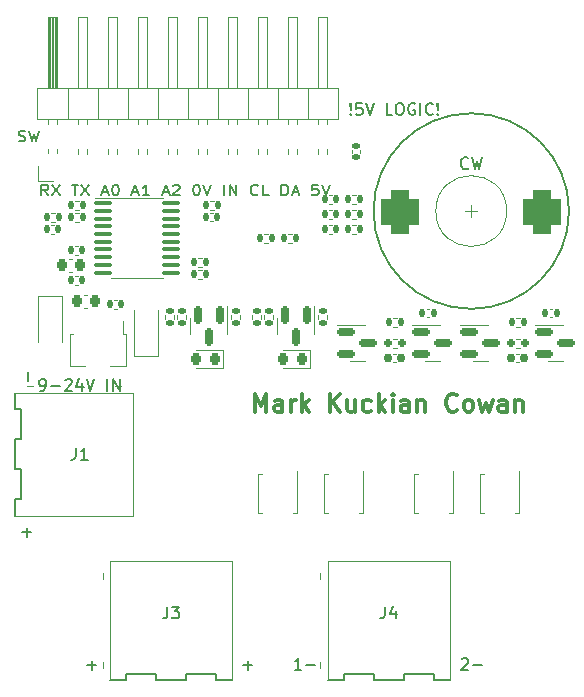
<source format=gbr>
%TF.GenerationSoftware,KiCad,Pcbnew,(6.0.2)*%
%TF.CreationDate,2022-04-08T22:45:36+03:00*%
%TF.ProjectId,pwm-controller,70776d2d-636f-46e7-9472-6f6c6c65722e,rev?*%
%TF.SameCoordinates,Original*%
%TF.FileFunction,Legend,Top*%
%TF.FilePolarity,Positive*%
%FSLAX46Y46*%
G04 Gerber Fmt 4.6, Leading zero omitted, Abs format (unit mm)*
G04 Created by KiCad (PCBNEW (6.0.2)) date 2022-04-08 22:45:36*
%MOMM*%
%LPD*%
G01*
G04 APERTURE LIST*
G04 Aperture macros list*
%AMRoundRect*
0 Rectangle with rounded corners*
0 $1 Rounding radius*
0 $2 $3 $4 $5 $6 $7 $8 $9 X,Y pos of 4 corners*
0 Add a 4 corners polygon primitive as box body*
4,1,4,$2,$3,$4,$5,$6,$7,$8,$9,$2,$3,0*
0 Add four circle primitives for the rounded corners*
1,1,$1+$1,$2,$3*
1,1,$1+$1,$4,$5*
1,1,$1+$1,$6,$7*
1,1,$1+$1,$8,$9*
0 Add four rect primitives between the rounded corners*
20,1,$1+$1,$2,$3,$4,$5,0*
20,1,$1+$1,$4,$5,$6,$7,0*
20,1,$1+$1,$6,$7,$8,$9,0*
20,1,$1+$1,$8,$9,$2,$3,0*%
%AMFreePoly0*
4,1,9,3.862500,-0.866500,0.737500,-0.866500,0.737500,-0.450000,-0.737500,-0.450000,-0.737500,0.450000,0.737500,0.450000,0.737500,0.866500,3.862500,0.866500,3.862500,-0.866500,3.862500,-0.866500,$1*%
%AMFreePoly1*
4,1,21,1.372500,0.787500,0.862500,0.787500,0.862500,0.532500,1.372500,0.532500,1.372500,0.127500,0.862500,0.127500,0.862500,-0.127500,1.372500,-0.127500,1.372500,-0.532500,0.862500,-0.532500,0.862500,-0.787500,1.372500,-0.787500,1.372500,-1.195000,0.612500,-1.195000,0.612500,-1.117500,-0.862500,-1.117500,-0.862500,1.117500,0.612500,1.117500,0.612500,1.195000,1.372500,1.195000,
1.372500,0.787500,1.372500,0.787500,$1*%
G04 Aperture macros list end*
%ADD10C,0.150000*%
%ADD11C,0.300000*%
%ADD12C,0.200000*%
%ADD13C,0.120000*%
%ADD14C,2.200000*%
%ADD15C,1.310000*%
%ADD16RoundRect,0.800000X-0.800000X-1.100000X0.800000X-1.100000X0.800000X1.100000X-0.800000X1.100000X0*%
%ADD17C,1.800000*%
%ADD18RoundRect,0.225000X-0.225000X-0.250000X0.225000X-0.250000X0.225000X0.250000X-0.225000X0.250000X0*%
%ADD19RoundRect,0.155000X0.212500X0.155000X-0.212500X0.155000X-0.212500X-0.155000X0.212500X-0.155000X0*%
%ADD20RoundRect,0.150000X-0.587500X-0.150000X0.587500X-0.150000X0.587500X0.150000X-0.587500X0.150000X0*%
%ADD21RoundRect,0.160000X-0.197500X-0.160000X0.197500X-0.160000X0.197500X0.160000X-0.197500X0.160000X0*%
%ADD22RoundRect,0.135000X0.135000X0.185000X-0.135000X0.185000X-0.135000X-0.185000X0.135000X-0.185000X0*%
%ADD23RoundRect,0.140000X0.140000X0.170000X-0.140000X0.170000X-0.140000X-0.170000X0.140000X-0.170000X0*%
%ADD24RoundRect,0.140000X-0.140000X-0.170000X0.140000X-0.170000X0.140000X0.170000X-0.140000X0.170000X0*%
%ADD25R,0.900000X1.300000*%
%ADD26FreePoly0,270.000000*%
%ADD27RoundRect,0.135000X-0.135000X-0.185000X0.135000X-0.185000X0.135000X0.185000X-0.135000X0.185000X0*%
%ADD28RoundRect,0.150000X-0.150000X0.587500X-0.150000X-0.587500X0.150000X-0.587500X0.150000X0.587500X0*%
%ADD29RoundRect,0.135000X0.185000X-0.135000X0.185000X0.135000X-0.185000X0.135000X-0.185000X-0.135000X0*%
%ADD30RoundRect,0.218750X0.218750X0.256250X-0.218750X0.256250X-0.218750X-0.256250X0.218750X-0.256250X0*%
%ADD31C,2.000000*%
%ADD32R,1.200000X0.900000*%
%ADD33RoundRect,0.225000X0.225000X0.250000X-0.225000X0.250000X-0.225000X-0.250000X0.225000X-0.250000X0*%
%ADD34R,1.700000X1.700000*%
%ADD35O,1.700000X1.700000*%
%ADD36R,0.405000X0.990000*%
%ADD37FreePoly1,270.000000*%
%ADD38RoundRect,0.135000X-0.185000X0.135000X-0.185000X-0.135000X0.185000X-0.135000X0.185000X0.135000X0*%
%ADD39RoundRect,0.100000X-0.637500X-0.100000X0.637500X-0.100000X0.637500X0.100000X-0.637500X0.100000X0*%
%ADD40RoundRect,0.140000X0.170000X-0.140000X0.170000X0.140000X-0.170000X0.140000X-0.170000X-0.140000X0*%
G04 APERTURE END LIST*
D10*
X79106571Y-85243142D02*
X78773238Y-84814571D01*
X78535142Y-85243142D02*
X78535142Y-84343142D01*
X78916095Y-84343142D01*
X79011333Y-84386000D01*
X79058952Y-84428857D01*
X79106571Y-84514571D01*
X79106571Y-84643142D01*
X79058952Y-84728857D01*
X79011333Y-84771714D01*
X78916095Y-84814571D01*
X78535142Y-84814571D01*
X79439904Y-84343142D02*
X80106571Y-85243142D01*
X80106571Y-84343142D02*
X79439904Y-85243142D01*
X81106571Y-84343142D02*
X81678000Y-84343142D01*
X81392285Y-85243142D02*
X81392285Y-84343142D01*
X81916095Y-84343142D02*
X82582761Y-85243142D01*
X82582761Y-84343142D02*
X81916095Y-85243142D01*
X83678000Y-84986000D02*
X84154190Y-84986000D01*
X83582761Y-85243142D02*
X83916095Y-84343142D01*
X84249428Y-85243142D01*
X84773238Y-84343142D02*
X84868476Y-84343142D01*
X84963714Y-84386000D01*
X85011333Y-84428857D01*
X85058952Y-84514571D01*
X85106571Y-84686000D01*
X85106571Y-84900285D01*
X85058952Y-85071714D01*
X85011333Y-85157428D01*
X84963714Y-85200285D01*
X84868476Y-85243142D01*
X84773238Y-85243142D01*
X84678000Y-85200285D01*
X84630380Y-85157428D01*
X84582761Y-85071714D01*
X84535142Y-84900285D01*
X84535142Y-84686000D01*
X84582761Y-84514571D01*
X84630380Y-84428857D01*
X84678000Y-84386000D01*
X84773238Y-84343142D01*
X86249428Y-84986000D02*
X86725619Y-84986000D01*
X86154190Y-85243142D02*
X86487523Y-84343142D01*
X86820857Y-85243142D01*
X87678000Y-85243142D02*
X87106571Y-85243142D01*
X87392285Y-85243142D02*
X87392285Y-84343142D01*
X87297047Y-84471714D01*
X87201809Y-84557428D01*
X87106571Y-84600285D01*
X88820857Y-84986000D02*
X89297047Y-84986000D01*
X88725619Y-85243142D02*
X89058952Y-84343142D01*
X89392285Y-85243142D01*
X89677999Y-84428857D02*
X89725619Y-84386000D01*
X89820857Y-84343142D01*
X90058952Y-84343142D01*
X90154190Y-84386000D01*
X90201809Y-84428857D01*
X90249428Y-84514571D01*
X90249428Y-84600285D01*
X90201809Y-84728857D01*
X89630380Y-85243142D01*
X90249428Y-85243142D01*
X91630380Y-84343142D02*
X91725619Y-84343142D01*
X91820857Y-84386000D01*
X91868476Y-84428857D01*
X91916095Y-84514571D01*
X91963714Y-84686000D01*
X91963714Y-84900285D01*
X91916095Y-85071714D01*
X91868476Y-85157428D01*
X91820857Y-85200285D01*
X91725619Y-85243142D01*
X91630380Y-85243142D01*
X91535142Y-85200285D01*
X91487523Y-85157428D01*
X91439904Y-85071714D01*
X91392285Y-84900285D01*
X91392285Y-84686000D01*
X91439904Y-84514571D01*
X91487523Y-84428857D01*
X91535142Y-84386000D01*
X91630380Y-84343142D01*
X92249428Y-84343142D02*
X92582761Y-85243142D01*
X92916095Y-84343142D01*
X94011333Y-85243142D02*
X94011333Y-84343142D01*
X94487523Y-85243142D02*
X94487523Y-84343142D01*
X95058952Y-85243142D01*
X95058952Y-84343142D01*
X96868476Y-85157428D02*
X96820857Y-85200285D01*
X96677999Y-85243142D01*
X96582761Y-85243142D01*
X96439904Y-85200285D01*
X96344666Y-85114571D01*
X96297047Y-85028857D01*
X96249428Y-84857428D01*
X96249428Y-84728857D01*
X96297047Y-84557428D01*
X96344666Y-84471714D01*
X96439904Y-84386000D01*
X96582761Y-84343142D01*
X96677999Y-84343142D01*
X96820857Y-84386000D01*
X96868476Y-84428857D01*
X97773238Y-85243142D02*
X97297047Y-85243142D01*
X97297047Y-84343142D01*
X98868476Y-85243142D02*
X98868476Y-84343142D01*
X99106571Y-84343142D01*
X99249428Y-84386000D01*
X99344666Y-84471714D01*
X99392285Y-84557428D01*
X99439904Y-84728857D01*
X99439904Y-84857428D01*
X99392285Y-85028857D01*
X99344666Y-85114571D01*
X99249428Y-85200285D01*
X99106571Y-85243142D01*
X98868476Y-85243142D01*
X99820857Y-84986000D02*
X100297047Y-84986000D01*
X99725619Y-85243142D02*
X100058952Y-84343142D01*
X100392285Y-85243142D01*
X101963714Y-84343142D02*
X101487523Y-84343142D01*
X101439904Y-84771714D01*
X101487523Y-84728857D01*
X101582761Y-84686000D01*
X101820857Y-84686000D01*
X101916095Y-84728857D01*
X101963714Y-84771714D01*
X102011333Y-84857428D01*
X102011333Y-85071714D01*
X101963714Y-85157428D01*
X101916095Y-85200285D01*
X101820857Y-85243142D01*
X101582761Y-85243142D01*
X101487523Y-85200285D01*
X101439904Y-85157428D01*
X102297047Y-84343142D02*
X102630380Y-85243142D01*
X102963714Y-84343142D01*
X76630000Y-80628285D02*
X76770000Y-80671142D01*
X77003333Y-80671142D01*
X77096666Y-80628285D01*
X77143333Y-80585428D01*
X77190000Y-80499714D01*
X77190000Y-80414000D01*
X77143333Y-80328285D01*
X77096666Y-80285428D01*
X77003333Y-80242571D01*
X76816666Y-80199714D01*
X76723333Y-80156857D01*
X76676666Y-80114000D01*
X76630000Y-80028285D01*
X76630000Y-79942571D01*
X76676666Y-79856857D01*
X76723333Y-79814000D01*
X76816666Y-79771142D01*
X77050000Y-79771142D01*
X77190000Y-79814000D01*
X77516666Y-79771142D02*
X77750000Y-80671142D01*
X77936666Y-80028285D01*
X78123333Y-80671142D01*
X78356666Y-79771142D01*
D11*
X96592857Y-103548571D02*
X96592857Y-102048571D01*
X97092857Y-103120000D01*
X97592857Y-102048571D01*
X97592857Y-103548571D01*
X98950000Y-103548571D02*
X98950000Y-102762857D01*
X98878571Y-102620000D01*
X98735714Y-102548571D01*
X98450000Y-102548571D01*
X98307142Y-102620000D01*
X98950000Y-103477142D02*
X98807142Y-103548571D01*
X98450000Y-103548571D01*
X98307142Y-103477142D01*
X98235714Y-103334285D01*
X98235714Y-103191428D01*
X98307142Y-103048571D01*
X98450000Y-102977142D01*
X98807142Y-102977142D01*
X98950000Y-102905714D01*
X99664285Y-103548571D02*
X99664285Y-102548571D01*
X99664285Y-102834285D02*
X99735714Y-102691428D01*
X99807142Y-102620000D01*
X99950000Y-102548571D01*
X100092857Y-102548571D01*
X100592857Y-103548571D02*
X100592857Y-102048571D01*
X100735714Y-102977142D02*
X101164285Y-103548571D01*
X101164285Y-102548571D02*
X100592857Y-103120000D01*
X102950000Y-103548571D02*
X102950000Y-102048571D01*
X103807142Y-103548571D02*
X103164285Y-102691428D01*
X103807142Y-102048571D02*
X102950000Y-102905714D01*
X105092857Y-102548571D02*
X105092857Y-103548571D01*
X104450000Y-102548571D02*
X104450000Y-103334285D01*
X104521428Y-103477142D01*
X104664285Y-103548571D01*
X104878571Y-103548571D01*
X105021428Y-103477142D01*
X105092857Y-103405714D01*
X106450000Y-103477142D02*
X106307142Y-103548571D01*
X106021428Y-103548571D01*
X105878571Y-103477142D01*
X105807142Y-103405714D01*
X105735714Y-103262857D01*
X105735714Y-102834285D01*
X105807142Y-102691428D01*
X105878571Y-102620000D01*
X106021428Y-102548571D01*
X106307142Y-102548571D01*
X106450000Y-102620000D01*
X107092857Y-103548571D02*
X107092857Y-102048571D01*
X107235714Y-102977142D02*
X107664285Y-103548571D01*
X107664285Y-102548571D02*
X107092857Y-103120000D01*
X108307142Y-103548571D02*
X108307142Y-102548571D01*
X108307142Y-102048571D02*
X108235714Y-102120000D01*
X108307142Y-102191428D01*
X108378571Y-102120000D01*
X108307142Y-102048571D01*
X108307142Y-102191428D01*
X109664285Y-103548571D02*
X109664285Y-102762857D01*
X109592857Y-102620000D01*
X109450000Y-102548571D01*
X109164285Y-102548571D01*
X109021428Y-102620000D01*
X109664285Y-103477142D02*
X109521428Y-103548571D01*
X109164285Y-103548571D01*
X109021428Y-103477142D01*
X108950000Y-103334285D01*
X108950000Y-103191428D01*
X109021428Y-103048571D01*
X109164285Y-102977142D01*
X109521428Y-102977142D01*
X109664285Y-102905714D01*
X110378571Y-102548571D02*
X110378571Y-103548571D01*
X110378571Y-102691428D02*
X110450000Y-102620000D01*
X110592857Y-102548571D01*
X110807142Y-102548571D01*
X110950000Y-102620000D01*
X111021428Y-102762857D01*
X111021428Y-103548571D01*
X113735714Y-103405714D02*
X113664285Y-103477142D01*
X113450000Y-103548571D01*
X113307142Y-103548571D01*
X113092857Y-103477142D01*
X112950000Y-103334285D01*
X112878571Y-103191428D01*
X112807142Y-102905714D01*
X112807142Y-102691428D01*
X112878571Y-102405714D01*
X112950000Y-102262857D01*
X113092857Y-102120000D01*
X113307142Y-102048571D01*
X113450000Y-102048571D01*
X113664285Y-102120000D01*
X113735714Y-102191428D01*
X114592857Y-103548571D02*
X114450000Y-103477142D01*
X114378571Y-103405714D01*
X114307142Y-103262857D01*
X114307142Y-102834285D01*
X114378571Y-102691428D01*
X114450000Y-102620000D01*
X114592857Y-102548571D01*
X114807142Y-102548571D01*
X114950000Y-102620000D01*
X115021428Y-102691428D01*
X115092857Y-102834285D01*
X115092857Y-103262857D01*
X115021428Y-103405714D01*
X114950000Y-103477142D01*
X114807142Y-103548571D01*
X114592857Y-103548571D01*
X115592857Y-102548571D02*
X115878571Y-103548571D01*
X116164285Y-102834285D01*
X116450000Y-103548571D01*
X116735714Y-102548571D01*
X117950000Y-103548571D02*
X117950000Y-102762857D01*
X117878571Y-102620000D01*
X117735714Y-102548571D01*
X117450000Y-102548571D01*
X117307142Y-102620000D01*
X117950000Y-103477142D02*
X117807142Y-103548571D01*
X117450000Y-103548571D01*
X117307142Y-103477142D01*
X117235714Y-103334285D01*
X117235714Y-103191428D01*
X117307142Y-103048571D01*
X117450000Y-102977142D01*
X117807142Y-102977142D01*
X117950000Y-102905714D01*
X118664285Y-102548571D02*
X118664285Y-103548571D01*
X118664285Y-102691428D02*
X118735714Y-102620000D01*
X118878571Y-102548571D01*
X119092857Y-102548571D01*
X119235714Y-102620000D01*
X119307142Y-102762857D01*
X119307142Y-103548571D01*
D12*
%TO.C,J1*%
X81454666Y-106640380D02*
X81454666Y-107354666D01*
X81407047Y-107497523D01*
X81311809Y-107592761D01*
X81168952Y-107640380D01*
X81073714Y-107640380D01*
X82454666Y-107640380D02*
X81883238Y-107640380D01*
X82168952Y-107640380D02*
X82168952Y-106640380D01*
X82073714Y-106783238D01*
X81978476Y-106878476D01*
X81883238Y-106926095D01*
X77287428Y-114172952D02*
X77287428Y-113411047D01*
X77668380Y-113792000D02*
X76906476Y-113792000D01*
X78454666Y-101798380D02*
X78645142Y-101798380D01*
X78740380Y-101750761D01*
X78788000Y-101703142D01*
X78883238Y-101560285D01*
X78930857Y-101369809D01*
X78930857Y-100988857D01*
X78883238Y-100893619D01*
X78835619Y-100846000D01*
X78740380Y-100798380D01*
X78549904Y-100798380D01*
X78454666Y-100846000D01*
X78407047Y-100893619D01*
X78359428Y-100988857D01*
X78359428Y-101226952D01*
X78407047Y-101322190D01*
X78454666Y-101369809D01*
X78549904Y-101417428D01*
X78740380Y-101417428D01*
X78835619Y-101369809D01*
X78883238Y-101322190D01*
X78930857Y-101226952D01*
X79359428Y-101417428D02*
X80121333Y-101417428D01*
X80549904Y-100893619D02*
X80597523Y-100846000D01*
X80692761Y-100798380D01*
X80930857Y-100798380D01*
X81026095Y-100846000D01*
X81073714Y-100893619D01*
X81121333Y-100988857D01*
X81121333Y-101084095D01*
X81073714Y-101226952D01*
X80502285Y-101798380D01*
X81121333Y-101798380D01*
X81978476Y-101131714D02*
X81978476Y-101798380D01*
X81740380Y-100750761D02*
X81502285Y-101465047D01*
X82121333Y-101465047D01*
X82359428Y-100798380D02*
X82692761Y-101798380D01*
X83026095Y-100798380D01*
X84121333Y-101798380D02*
X84121333Y-100798380D01*
X84597523Y-101798380D02*
X84597523Y-100798380D01*
X85168952Y-101798380D01*
X85168952Y-100798380D01*
X77414428Y-100964952D02*
X77414428Y-100203047D01*
D10*
%TO.C,SW1*%
X114673095Y-82933142D02*
X114625476Y-82980761D01*
X114482619Y-83028380D01*
X114387380Y-83028380D01*
X114244523Y-82980761D01*
X114149285Y-82885523D01*
X114101666Y-82790285D01*
X114054047Y-82599809D01*
X114054047Y-82456952D01*
X114101666Y-82266476D01*
X114149285Y-82171238D01*
X114244523Y-82076000D01*
X114387380Y-82028380D01*
X114482619Y-82028380D01*
X114625476Y-82076000D01*
X114673095Y-82123619D01*
X115006428Y-82028380D02*
X115244523Y-83028380D01*
X115435000Y-82314095D01*
X115625476Y-83028380D01*
X115863571Y-82028380D01*
D12*
%TO.C,J4*%
X107616666Y-120064380D02*
X107616666Y-120778666D01*
X107569047Y-120921523D01*
X107473809Y-121016761D01*
X107330952Y-121064380D01*
X107235714Y-121064380D01*
X108521428Y-120397714D02*
X108521428Y-121064380D01*
X108283333Y-120016761D02*
X108045238Y-120731047D01*
X108664285Y-120731047D01*
X114112476Y-124515619D02*
X114160095Y-124468000D01*
X114255333Y-124420380D01*
X114493428Y-124420380D01*
X114588666Y-124468000D01*
X114636285Y-124515619D01*
X114683904Y-124610857D01*
X114683904Y-124706095D01*
X114636285Y-124848952D01*
X114064857Y-125420380D01*
X114683904Y-125420380D01*
X115112476Y-125039428D02*
X115874380Y-125039428D01*
X100549428Y-125420380D02*
X99978000Y-125420380D01*
X100263714Y-125420380D02*
X100263714Y-124420380D01*
X100168476Y-124563238D01*
X100073238Y-124658476D01*
X99978000Y-124706095D01*
X100978000Y-125039428D02*
X101739904Y-125039428D01*
%TO.C,J3*%
X89201666Y-120064380D02*
X89201666Y-120778666D01*
X89154047Y-120921523D01*
X89058809Y-121016761D01*
X88915952Y-121064380D01*
X88820714Y-121064380D01*
X89582619Y-120064380D02*
X90201666Y-120064380D01*
X89868333Y-120445333D01*
X90011190Y-120445333D01*
X90106428Y-120492952D01*
X90154047Y-120540571D01*
X90201666Y-120635809D01*
X90201666Y-120873904D01*
X90154047Y-120969142D01*
X90106428Y-121016761D01*
X90011190Y-121064380D01*
X89725476Y-121064380D01*
X89630238Y-121016761D01*
X89582619Y-120969142D01*
X82423047Y-125039428D02*
X83184952Y-125039428D01*
X82804000Y-125420380D02*
X82804000Y-124658476D01*
X95631047Y-125039428D02*
X96392952Y-125039428D01*
X96012000Y-125420380D02*
X96012000Y-124658476D01*
D10*
%TO.C,U2*%
X104729595Y-78335142D02*
X104777214Y-78382761D01*
X104729595Y-78430380D01*
X104681976Y-78382761D01*
X104729595Y-78335142D01*
X104729595Y-78430380D01*
X104729595Y-78049428D02*
X104681976Y-77478000D01*
X104729595Y-77430380D01*
X104777214Y-77478000D01*
X104729595Y-78049428D01*
X104729595Y-77430380D01*
X105681976Y-77430380D02*
X105205785Y-77430380D01*
X105158166Y-77906571D01*
X105205785Y-77858952D01*
X105301023Y-77811333D01*
X105539119Y-77811333D01*
X105634357Y-77858952D01*
X105681976Y-77906571D01*
X105729595Y-78001809D01*
X105729595Y-78239904D01*
X105681976Y-78335142D01*
X105634357Y-78382761D01*
X105539119Y-78430380D01*
X105301023Y-78430380D01*
X105205785Y-78382761D01*
X105158166Y-78335142D01*
X106015309Y-77430380D02*
X106348642Y-78430380D01*
X106681976Y-77430380D01*
X108253404Y-78430380D02*
X107777214Y-78430380D01*
X107777214Y-77430380D01*
X108777214Y-77430380D02*
X108967690Y-77430380D01*
X109062928Y-77478000D01*
X109158166Y-77573238D01*
X109205785Y-77763714D01*
X109205785Y-78097047D01*
X109158166Y-78287523D01*
X109062928Y-78382761D01*
X108967690Y-78430380D01*
X108777214Y-78430380D01*
X108681976Y-78382761D01*
X108586738Y-78287523D01*
X108539119Y-78097047D01*
X108539119Y-77763714D01*
X108586738Y-77573238D01*
X108681976Y-77478000D01*
X108777214Y-77430380D01*
X110158166Y-77478000D02*
X110062928Y-77430380D01*
X109920071Y-77430380D01*
X109777214Y-77478000D01*
X109681976Y-77573238D01*
X109634357Y-77668476D01*
X109586738Y-77858952D01*
X109586738Y-78001809D01*
X109634357Y-78192285D01*
X109681976Y-78287523D01*
X109777214Y-78382761D01*
X109920071Y-78430380D01*
X110015309Y-78430380D01*
X110158166Y-78382761D01*
X110205785Y-78335142D01*
X110205785Y-78001809D01*
X110015309Y-78001809D01*
X110634357Y-78430380D02*
X110634357Y-77430380D01*
X111681976Y-78335142D02*
X111634357Y-78382761D01*
X111491500Y-78430380D01*
X111396261Y-78430380D01*
X111253404Y-78382761D01*
X111158166Y-78287523D01*
X111110547Y-78192285D01*
X111062928Y-78001809D01*
X111062928Y-77858952D01*
X111110547Y-77668476D01*
X111158166Y-77573238D01*
X111253404Y-77478000D01*
X111396261Y-77430380D01*
X111491500Y-77430380D01*
X111634357Y-77478000D01*
X111681976Y-77525619D01*
X112110547Y-78335142D02*
X112158166Y-78382761D01*
X112110547Y-78430380D01*
X112062928Y-78382761D01*
X112110547Y-78335142D01*
X112110547Y-78430380D01*
X112110547Y-78049428D02*
X112062928Y-77478000D01*
X112110547Y-77430380D01*
X112158166Y-77478000D01*
X112110547Y-78049428D01*
X112110547Y-77430380D01*
D13*
%TO.C,J1*%
X86288000Y-112368000D02*
X76288000Y-112368000D01*
X85280000Y-101408000D02*
X84780000Y-101408000D01*
D10*
X76788000Y-103378000D02*
X76788000Y-105918000D01*
D13*
X86288000Y-102008000D02*
X86288000Y-112368000D01*
D10*
X76288000Y-103378000D02*
X76788000Y-103378000D01*
X76288000Y-105918000D02*
X76288000Y-108458000D01*
X76788000Y-105918000D02*
X76288000Y-105918000D01*
X76788000Y-110998000D02*
X76288000Y-110998000D01*
X76288000Y-110998000D02*
X76288000Y-112368000D01*
X76288000Y-108458000D02*
X76788000Y-108458000D01*
X76288000Y-102008000D02*
X76288000Y-103378000D01*
D13*
X77804000Y-101408000D02*
X77304000Y-101408000D01*
X86288000Y-102008000D02*
X76288000Y-102008000D01*
D10*
X76788000Y-108458000D02*
X76788000Y-110998000D01*
D13*
%TO.C,SW1*%
X114935000Y-86076000D02*
X114935000Y-87076000D01*
X114435000Y-86576000D02*
X115435000Y-86576000D01*
D10*
X123214387Y-86576000D02*
G75*
G03*
X123214387Y-86576000I-8279387J0D01*
G01*
D13*
X117935000Y-86576000D02*
G75*
G03*
X117935000Y-86576000I-3000000J0D01*
G01*
%TO.C,C1*%
X82155420Y-93724000D02*
X82436580Y-93724000D01*
X82155420Y-94744000D02*
X82436580Y-94744000D01*
%TO.C,C13*%
X108573835Y-98662000D02*
X108342165Y-98662000D01*
X108573835Y-99382000D02*
X108342165Y-99382000D01*
%TO.C,Q1*%
X111633000Y-96192000D02*
X112283000Y-96192000D01*
X111633000Y-96192000D02*
X109958000Y-96192000D01*
X111633000Y-99312000D02*
X112283000Y-99312000D01*
X111633000Y-99312000D02*
X110983000Y-99312000D01*
%TO.C,Q2*%
X105283000Y-96192000D02*
X105933000Y-96192000D01*
X105283000Y-99312000D02*
X105933000Y-99312000D01*
X105283000Y-96192000D02*
X103608000Y-96192000D01*
X105283000Y-99312000D02*
X104633000Y-99312000D01*
%TO.C,R13*%
X108290379Y-98132000D02*
X108625621Y-98132000D01*
X108290379Y-97372000D02*
X108625621Y-97372000D01*
%TO.C,R12*%
X108611641Y-95594000D02*
X108304359Y-95594000D01*
X108611641Y-96354000D02*
X108304359Y-96354000D01*
%TO.C,C15*%
X118987835Y-98662000D02*
X118756165Y-98662000D01*
X118987835Y-99382000D02*
X118756165Y-99382000D01*
%TO.C,Q5*%
X122047000Y-99312000D02*
X121397000Y-99312000D01*
X122047000Y-96192000D02*
X120372000Y-96192000D01*
X122047000Y-99312000D02*
X122697000Y-99312000D01*
X122047000Y-96192000D02*
X122697000Y-96192000D01*
%TO.C,Q6*%
X115697000Y-96192000D02*
X114022000Y-96192000D01*
X115697000Y-99312000D02*
X115047000Y-99312000D01*
X115697000Y-99312000D02*
X116347000Y-99312000D01*
X115697000Y-96192000D02*
X116347000Y-96192000D01*
%TO.C,R15*%
X118704379Y-98132000D02*
X119039621Y-98132000D01*
X118704379Y-97372000D02*
X119039621Y-97372000D01*
%TO.C,R14*%
X119025641Y-96354000D02*
X118718359Y-96354000D01*
X119025641Y-95594000D02*
X118718359Y-95594000D01*
%TO.C,C12*%
X121801836Y-95572000D02*
X121586164Y-95572000D01*
X121801836Y-94852000D02*
X121586164Y-94852000D01*
%TO.C,C14*%
X111387836Y-94852000D02*
X111172164Y-94852000D01*
X111387836Y-95572000D02*
X111172164Y-95572000D01*
%TO.C,C4*%
X102889164Y-85958000D02*
X103104836Y-85958000D01*
X102889164Y-85238000D02*
X103104836Y-85238000D01*
%TO.C,C5*%
X102889164Y-87778000D02*
X103104836Y-87778000D01*
X102889164Y-88498000D02*
X103104836Y-88498000D01*
%TO.C,C6*%
X102889164Y-87228000D02*
X103104836Y-87228000D01*
X102889164Y-86508000D02*
X103104836Y-86508000D01*
%TO.C,U1*%
X85672000Y-99704000D02*
X84362000Y-99704000D01*
X80952000Y-96984000D02*
X81182000Y-96984000D01*
X82262000Y-99704000D02*
X80952000Y-99704000D01*
X85442000Y-95844000D02*
X85442000Y-96984000D01*
X85672000Y-96984000D02*
X85672000Y-99704000D01*
X80952000Y-99704000D02*
X80952000Y-96984000D01*
X85672000Y-96984000D02*
X85442000Y-96984000D01*
%TO.C,R1*%
X105182641Y-85978000D02*
X104875359Y-85978000D01*
X105182641Y-85218000D02*
X104875359Y-85218000D01*
%TO.C,R5*%
X104875359Y-87248000D02*
X105182641Y-87248000D01*
X104875359Y-86488000D02*
X105182641Y-86488000D01*
%TO.C,R2*%
X105182641Y-87758000D02*
X104875359Y-87758000D01*
X105182641Y-88518000D02*
X104875359Y-88518000D01*
%TO.C,Q9*%
X91150000Y-96316800D02*
X91150000Y-95666800D01*
X94270000Y-96316800D02*
X94270000Y-94641800D01*
X91150000Y-96316800D02*
X91150000Y-96966800D01*
X94270000Y-96316800D02*
X94270000Y-96966800D01*
%TO.C,Q10*%
X101636000Y-96316800D02*
X101636000Y-96966800D01*
X101636000Y-96316800D02*
X101636000Y-94641800D01*
X98516000Y-96316800D02*
X98516000Y-95666800D01*
X98516000Y-96316800D02*
X98516000Y-96966800D01*
%TO.C,R18*%
X94616000Y-95708441D02*
X94616000Y-95401159D01*
X95376000Y-95708441D02*
X95376000Y-95401159D01*
%TO.C,R21*%
X101982000Y-95708441D02*
X101982000Y-95401159D01*
X102742000Y-95708441D02*
X102742000Y-95401159D01*
%TO.C,D4*%
X91656000Y-99845800D02*
X93941000Y-99845800D01*
X93941000Y-99845800D02*
X93941000Y-98375800D01*
X93941000Y-98375800D02*
X91656000Y-98375800D01*
%TO.C,D3*%
X101307000Y-98375800D02*
X99022000Y-98375800D01*
X101307000Y-99845800D02*
X101307000Y-98375800D01*
X99022000Y-99845800D02*
X101307000Y-99845800D01*
%TO.C,R3*%
X97382359Y-88520000D02*
X97689641Y-88520000D01*
X97382359Y-89280000D02*
X97689641Y-89280000D01*
%TO.C,R4*%
X99721641Y-89280000D02*
X99414359Y-89280000D01*
X99721641Y-88520000D02*
X99414359Y-88520000D01*
%TO.C,C2*%
X84943836Y-94128000D02*
X84728164Y-94128000D01*
X84943836Y-94848000D02*
X84728164Y-94848000D01*
%TO.C,D1*%
X78248000Y-93762000D02*
X78248000Y-97662000D01*
X80248000Y-93762000D02*
X78248000Y-93762000D01*
X80248000Y-93762000D02*
X80248000Y-97662000D01*
%TO.C,C9*%
X81426164Y-89556000D02*
X81641836Y-89556000D01*
X81426164Y-90276000D02*
X81641836Y-90276000D01*
%TO.C,C11*%
X81166580Y-91696000D02*
X80885420Y-91696000D01*
X81166580Y-90676000D02*
X80885420Y-90676000D01*
%TO.C,J2*%
X91822000Y-81761071D02*
X91822000Y-81306929D01*
X84962000Y-81761071D02*
X84962000Y-81306929D01*
X99442000Y-79221071D02*
X99442000Y-78824000D01*
X91822000Y-76164000D02*
X91822000Y-70164000D01*
X86742000Y-76164000D02*
X86742000Y-70164000D01*
X96902000Y-76164000D02*
X96902000Y-70164000D01*
X78232000Y-84074000D02*
X78232000Y-82804000D01*
X91822000Y-79221071D02*
X91822000Y-78824000D01*
X79882000Y-81694000D02*
X79882000Y-81306929D01*
X84962000Y-70164000D02*
X84962000Y-76164000D01*
X90932000Y-78824000D02*
X90932000Y-76164000D01*
X92582000Y-70164000D02*
X92582000Y-76164000D01*
X99442000Y-76164000D02*
X99442000Y-70164000D01*
X81662000Y-76164000D02*
X81662000Y-70164000D01*
X82422000Y-70164000D02*
X82422000Y-76164000D01*
X91822000Y-70164000D02*
X92582000Y-70164000D01*
X84202000Y-81761071D02*
X84202000Y-81306929D01*
X98552000Y-78824000D02*
X98552000Y-76164000D01*
X79882000Y-70164000D02*
X79882000Y-76164000D01*
X103692000Y-76164000D02*
X78172000Y-76164000D01*
X79122000Y-79221071D02*
X79122000Y-78824000D01*
X96902000Y-79221071D02*
X96902000Y-78824000D01*
X100202000Y-79221071D02*
X100202000Y-78824000D01*
X102742000Y-70164000D02*
X102742000Y-76164000D01*
X94362000Y-81761071D02*
X94362000Y-81306929D01*
X92582000Y-79221071D02*
X92582000Y-78824000D01*
X101982000Y-76164000D02*
X101982000Y-70164000D01*
X79782000Y-76164000D02*
X79782000Y-70164000D01*
X95122000Y-81761071D02*
X95122000Y-81306929D01*
X101982000Y-70164000D02*
X102742000Y-70164000D01*
X80772000Y-78824000D02*
X80772000Y-76164000D01*
X99442000Y-70164000D02*
X100202000Y-70164000D01*
X100202000Y-81761071D02*
X100202000Y-81306929D01*
X86742000Y-70164000D02*
X87502000Y-70164000D01*
X96012000Y-78824000D02*
X96012000Y-76164000D01*
X79502000Y-84074000D02*
X78232000Y-84074000D01*
X89282000Y-81761071D02*
X89282000Y-81306929D01*
X81662000Y-79221071D02*
X81662000Y-78824000D01*
X90042000Y-79221071D02*
X90042000Y-78824000D01*
X83312000Y-78824000D02*
X83312000Y-76164000D01*
X79122000Y-76164000D02*
X79122000Y-70164000D01*
X94362000Y-70164000D02*
X95122000Y-70164000D01*
X86742000Y-81761071D02*
X86742000Y-81306929D01*
X103692000Y-78824000D02*
X103692000Y-76164000D01*
X89282000Y-79221071D02*
X89282000Y-78824000D01*
X79122000Y-70164000D02*
X79882000Y-70164000D01*
X78172000Y-76164000D02*
X78172000Y-78824000D01*
X84962000Y-79221071D02*
X84962000Y-78824000D01*
X99442000Y-81761071D02*
X99442000Y-81306929D01*
X84202000Y-70164000D02*
X84962000Y-70164000D01*
X94362000Y-79221071D02*
X94362000Y-78824000D01*
X89282000Y-70164000D02*
X90042000Y-70164000D01*
X81662000Y-70164000D02*
X82422000Y-70164000D01*
X90042000Y-81761071D02*
X90042000Y-81306929D01*
X79882000Y-79221071D02*
X79882000Y-78824000D01*
X96902000Y-70164000D02*
X97662000Y-70164000D01*
X79122000Y-81694000D02*
X79122000Y-81306929D01*
X102742000Y-79221071D02*
X102742000Y-78824000D01*
X94362000Y-76164000D02*
X94362000Y-70164000D01*
X79422000Y-76164000D02*
X79422000Y-70164000D01*
X79182000Y-76164000D02*
X79182000Y-70164000D01*
X81662000Y-81761071D02*
X81662000Y-81306929D01*
X84202000Y-79221071D02*
X84202000Y-78824000D01*
X96902000Y-81761071D02*
X96902000Y-81306929D01*
X93472000Y-78824000D02*
X93472000Y-76164000D01*
X78172000Y-78824000D02*
X103692000Y-78824000D01*
X101982000Y-79221071D02*
X101982000Y-78824000D01*
X92582000Y-81761071D02*
X92582000Y-81306929D01*
X82422000Y-79221071D02*
X82422000Y-78824000D01*
X88392000Y-78824000D02*
X88392000Y-76164000D01*
X97662000Y-79221071D02*
X97662000Y-78824000D01*
X95122000Y-70164000D02*
X95122000Y-76164000D01*
X101982000Y-81761071D02*
X101982000Y-81306929D01*
X100202000Y-70164000D02*
X100202000Y-76164000D01*
X101092000Y-78824000D02*
X101092000Y-76164000D01*
X79542000Y-76164000D02*
X79542000Y-70164000D01*
X85852000Y-78824000D02*
X85852000Y-76164000D01*
X87502000Y-70164000D02*
X87502000Y-76164000D01*
X79662000Y-76164000D02*
X79662000Y-70164000D01*
X89282000Y-76164000D02*
X89282000Y-70164000D01*
X87502000Y-79221071D02*
X87502000Y-78824000D01*
X79302000Y-76164000D02*
X79302000Y-70164000D01*
X86742000Y-79221071D02*
X86742000Y-78824000D01*
X97662000Y-81761071D02*
X97662000Y-81306929D01*
X82422000Y-81761071D02*
X82422000Y-81306929D01*
X90042000Y-70164000D02*
X90042000Y-76164000D01*
X102742000Y-81761071D02*
X102742000Y-81306929D01*
X84202000Y-76164000D02*
X84202000Y-70164000D01*
X95122000Y-79221071D02*
X95122000Y-78824000D01*
X87502000Y-81761071D02*
X87502000Y-81306929D01*
X97662000Y-70164000D02*
X97662000Y-76164000D01*
%TO.C,D2*%
X86376000Y-98820800D02*
X86376000Y-94920800D01*
X88376000Y-98820800D02*
X88376000Y-94920800D01*
X86376000Y-98820800D02*
X88376000Y-98820800D01*
D10*
%TO.C,J4*%
X111760000Y-125739000D02*
X111760000Y-126239000D01*
X106680000Y-126239000D02*
X109220000Y-126239000D01*
X104140000Y-126239000D02*
X104140000Y-125739000D01*
X106680000Y-125739000D02*
X106680000Y-126239000D01*
D13*
X102170000Y-124723000D02*
X102170000Y-125223000D01*
D10*
X109220000Y-126239000D02*
X109220000Y-125739000D01*
D13*
X102770000Y-116239000D02*
X102770000Y-126239000D01*
X102170000Y-117247000D02*
X102170000Y-117747000D01*
D10*
X104140000Y-125739000D02*
X106680000Y-125739000D01*
X109220000Y-125739000D02*
X111760000Y-125739000D01*
X102770000Y-126239000D02*
X104140000Y-126239000D01*
D13*
X102770000Y-116239000D02*
X113130000Y-116239000D01*
X113130000Y-116239000D02*
X113130000Y-126239000D01*
D10*
X111760000Y-126239000D02*
X113130000Y-126239000D01*
%TO.C,J3*%
X90805000Y-125739000D02*
X93345000Y-125739000D01*
D13*
X83755000Y-124723000D02*
X83755000Y-125223000D01*
D10*
X93345000Y-125739000D02*
X93345000Y-126239000D01*
X90805000Y-126239000D02*
X90805000Y-125739000D01*
X93345000Y-126239000D02*
X94715000Y-126239000D01*
D13*
X83755000Y-117247000D02*
X83755000Y-117747000D01*
X84355000Y-116239000D02*
X84355000Y-126239000D01*
D10*
X84355000Y-126239000D02*
X85725000Y-126239000D01*
X85725000Y-125739000D02*
X88265000Y-125739000D01*
X88265000Y-126239000D02*
X90805000Y-126239000D01*
X85725000Y-126239000D02*
X85725000Y-125739000D01*
D13*
X84355000Y-116239000D02*
X94715000Y-116239000D01*
X94715000Y-116239000D02*
X94715000Y-126239000D01*
D10*
X88265000Y-125739000D02*
X88265000Y-126239000D01*
D13*
%TO.C,Q3*%
X113395000Y-108620000D02*
X113395000Y-112125000D01*
X110460000Y-108855000D02*
X110125000Y-108855000D01*
X110460000Y-112125000D02*
X110125000Y-112125000D01*
X110125000Y-108855000D02*
X110125000Y-112125000D01*
X113395000Y-112125000D02*
X113060000Y-112125000D01*
%TO.C,Q7*%
X100187000Y-112125000D02*
X99852000Y-112125000D01*
X100187000Y-108620000D02*
X100187000Y-112125000D01*
X96917000Y-108855000D02*
X96917000Y-112125000D01*
X97252000Y-112125000D02*
X96917000Y-112125000D01*
X97252000Y-108855000D02*
X96917000Y-108855000D01*
%TO.C,R16*%
X89028000Y-95401159D02*
X89028000Y-95708441D01*
X89788000Y-95401159D02*
X89788000Y-95708441D01*
%TO.C,R17*%
X90044000Y-95401159D02*
X90044000Y-95708441D01*
X90804000Y-95401159D02*
X90804000Y-95708441D01*
%TO.C,R19*%
X96394000Y-95401159D02*
X96394000Y-95708441D01*
X97154000Y-95401159D02*
X97154000Y-95708441D01*
%TO.C,R20*%
X98170000Y-95401159D02*
X98170000Y-95708441D01*
X97410000Y-95401159D02*
X97410000Y-95708441D01*
%TO.C,Q4*%
X118983000Y-112125000D02*
X118648000Y-112125000D01*
X116048000Y-112125000D02*
X115713000Y-112125000D01*
X116048000Y-108855000D02*
X115713000Y-108855000D01*
X115713000Y-108855000D02*
X115713000Y-112125000D01*
X118983000Y-108620000D02*
X118983000Y-112125000D01*
%TO.C,Q8*%
X102840000Y-108855000D02*
X102505000Y-108855000D01*
X105775000Y-108620000D02*
X105775000Y-112125000D01*
X105775000Y-112125000D02*
X105440000Y-112125000D01*
X102840000Y-112125000D02*
X102505000Y-112125000D01*
X102505000Y-108855000D02*
X102505000Y-112125000D01*
%TO.C,C3*%
X93071836Y-86724000D02*
X92856164Y-86724000D01*
X93071836Y-87444000D02*
X92856164Y-87444000D01*
%TO.C,R11*%
X79348359Y-86742000D02*
X79655641Y-86742000D01*
X79348359Y-87502000D02*
X79655641Y-87502000D01*
%TO.C,R8*%
X93117641Y-86448000D02*
X92810359Y-86448000D01*
X93117641Y-85688000D02*
X92810359Y-85688000D01*
%TO.C,R6*%
X92101641Y-91274000D02*
X91794359Y-91274000D01*
X92101641Y-90514000D02*
X91794359Y-90514000D01*
%TO.C,R10*%
X81380359Y-86704000D02*
X81687641Y-86704000D01*
X81380359Y-87464000D02*
X81687641Y-87464000D01*
%TO.C,C8*%
X81426164Y-92096000D02*
X81641836Y-92096000D01*
X81426164Y-92816000D02*
X81641836Y-92816000D01*
%TO.C,U2*%
X86649000Y-92239000D02*
X88849000Y-92239000D01*
X86649000Y-85469000D02*
X88849000Y-85469000D01*
X86649000Y-85469000D02*
X83049000Y-85469000D01*
X86649000Y-92239000D02*
X84449000Y-92239000D01*
%TO.C,C10*%
X79609836Y-88498000D02*
X79394164Y-88498000D01*
X79609836Y-87778000D02*
X79394164Y-87778000D01*
%TO.C,R7*%
X92101641Y-91530000D02*
X91794359Y-91530000D01*
X92101641Y-92290000D02*
X91794359Y-92290000D01*
%TO.C,R9*%
X81380359Y-85688000D02*
X81687641Y-85688000D01*
X81380359Y-86448000D02*
X81687641Y-86448000D01*
%TO.C,C7*%
X104796000Y-81641836D02*
X104796000Y-81426164D01*
X105516000Y-81641836D02*
X105516000Y-81426164D01*
%TD*%
%LPC*%
D14*
%TO.C,J1*%
X81788000Y-104648000D03*
X81788000Y-109728000D03*
%TD*%
D15*
%TO.C,H1*%
X123444000Y-83655000D03*
%TD*%
D14*
%TO.C,H3*%
X79375000Y-123025000D03*
%TD*%
D15*
%TO.C,H2*%
X80645000Y-117945000D03*
%TD*%
D16*
%TO.C,SW1*%
X108935000Y-86626000D03*
X120935000Y-86626000D03*
D17*
X109385000Y-82426000D03*
X120485000Y-82426000D03*
X109385000Y-90726000D03*
X114935000Y-79726000D03*
X120885000Y-90026000D03*
%TD*%
D18*
%TO.C,C1*%
X81521000Y-94234000D03*
X83071000Y-94234000D03*
%TD*%
D19*
%TO.C,C13*%
X109025500Y-99022000D03*
X107890500Y-99022000D03*
%TD*%
D20*
%TO.C,Q1*%
X110695500Y-96802000D03*
X110695500Y-98702000D03*
X112570500Y-97752000D03*
%TD*%
%TO.C,Q2*%
X104345500Y-96802000D03*
X104345500Y-98702000D03*
X106220500Y-97752000D03*
%TD*%
D21*
%TO.C,R13*%
X107860500Y-97752000D03*
X109055500Y-97752000D03*
%TD*%
D22*
%TO.C,R12*%
X108968000Y-95974000D03*
X107948000Y-95974000D03*
%TD*%
D19*
%TO.C,C15*%
X119439500Y-99022000D03*
X118304500Y-99022000D03*
%TD*%
D20*
%TO.C,Q5*%
X121109500Y-96802000D03*
X121109500Y-98702000D03*
X122984500Y-97752000D03*
%TD*%
%TO.C,Q6*%
X114759500Y-96802000D03*
X114759500Y-98702000D03*
X116634500Y-97752000D03*
%TD*%
D21*
%TO.C,R15*%
X118274500Y-97752000D03*
X119469500Y-97752000D03*
%TD*%
D22*
%TO.C,R14*%
X119382000Y-95974000D03*
X118362000Y-95974000D03*
%TD*%
D23*
%TO.C,C12*%
X122174000Y-95212000D03*
X121214000Y-95212000D03*
%TD*%
%TO.C,C14*%
X111760000Y-95212000D03*
X110800000Y-95212000D03*
%TD*%
D24*
%TO.C,C4*%
X102517000Y-85598000D03*
X103477000Y-85598000D03*
%TD*%
%TO.C,C5*%
X102517000Y-88138000D03*
X103477000Y-88138000D03*
%TD*%
%TO.C,C6*%
X102517000Y-86868000D03*
X103477000Y-86868000D03*
%TD*%
D25*
%TO.C,U1*%
X84812000Y-96394000D03*
D26*
X83312000Y-96481500D03*
D25*
X81812000Y-96394000D03*
%TD*%
D22*
%TO.C,R1*%
X105539000Y-85598000D03*
X104519000Y-85598000D03*
%TD*%
D27*
%TO.C,R5*%
X104519000Y-86868000D03*
X105539000Y-86868000D03*
%TD*%
D22*
%TO.C,R2*%
X105539000Y-88138000D03*
X104519000Y-88138000D03*
%TD*%
D28*
%TO.C,Q9*%
X93660000Y-95379300D03*
X91760000Y-95379300D03*
X92710000Y-97254300D03*
%TD*%
%TO.C,Q10*%
X101026000Y-95379300D03*
X99126000Y-95379300D03*
X100076000Y-97254300D03*
%TD*%
D29*
%TO.C,R18*%
X94996000Y-96064800D03*
X94996000Y-95044800D03*
%TD*%
%TO.C,R21*%
X102362000Y-96064800D03*
X102362000Y-95044800D03*
%TD*%
D30*
%TO.C,D4*%
X93243500Y-99110800D03*
X91668500Y-99110800D03*
%TD*%
%TO.C,D3*%
X100609500Y-99110800D03*
X99034500Y-99110800D03*
%TD*%
D27*
%TO.C,R3*%
X97026000Y-88900000D03*
X98046000Y-88900000D03*
%TD*%
D22*
%TO.C,R4*%
X100078000Y-88900000D03*
X99058000Y-88900000D03*
%TD*%
D23*
%TO.C,C2*%
X85316000Y-94488000D03*
X84356000Y-94488000D03*
%TD*%
D14*
%TO.C,H4*%
X123025000Y-123025000D03*
%TD*%
%TO.C,H5*%
X123025000Y-79375000D03*
%TD*%
D31*
%TO.C,H6*%
X93500000Y-111270000D03*
%TD*%
%TO.C,H7*%
X123500000Y-111270000D03*
%TD*%
D32*
%TO.C,D1*%
X79248000Y-94362000D03*
X79248000Y-97662000D03*
%TD*%
D24*
%TO.C,C9*%
X81054000Y-89916000D03*
X82014000Y-89916000D03*
%TD*%
D33*
%TO.C,C11*%
X81801000Y-91186000D03*
X80251000Y-91186000D03*
%TD*%
D34*
%TO.C,J2*%
X79502000Y-82804000D03*
D35*
X79502000Y-80264000D03*
X82042000Y-82804000D03*
X82042000Y-80264000D03*
X84582000Y-82804000D03*
X84582000Y-80264000D03*
X87122000Y-82804000D03*
X87122000Y-80264000D03*
X89662000Y-82804000D03*
X89662000Y-80264000D03*
X92202000Y-82804000D03*
X92202000Y-80264000D03*
X94742000Y-82804000D03*
X94742000Y-80264000D03*
X97282000Y-82804000D03*
X97282000Y-80264000D03*
X99822000Y-82804000D03*
X99822000Y-80264000D03*
X102362000Y-82804000D03*
X102362000Y-80264000D03*
%TD*%
D32*
%TO.C,D2*%
X87376000Y-98220800D03*
X87376000Y-94920800D03*
%TD*%
D14*
%TO.C,J4*%
X105410000Y-120739000D03*
X110490000Y-120739000D03*
%TD*%
%TO.C,J3*%
X86995000Y-120739000D03*
X92075000Y-120739000D03*
%TD*%
D36*
%TO.C,Q3*%
X112750000Y-109055000D03*
X112090000Y-109055000D03*
X111430000Y-109055000D03*
X110770000Y-109055000D03*
D37*
X111760000Y-111047500D03*
%TD*%
D36*
%TO.C,Q7*%
X99542000Y-109055000D03*
X98882000Y-109055000D03*
X98222000Y-109055000D03*
X97562000Y-109055000D03*
D37*
X98552000Y-111047500D03*
%TD*%
D38*
%TO.C,R16*%
X89408000Y-95044800D03*
X89408000Y-96064800D03*
%TD*%
%TO.C,R17*%
X90424000Y-95044800D03*
X90424000Y-96064800D03*
%TD*%
%TO.C,R19*%
X96774000Y-95044800D03*
X96774000Y-96064800D03*
%TD*%
%TO.C,R20*%
X97790000Y-95044800D03*
X97790000Y-96064800D03*
%TD*%
D36*
%TO.C,Q4*%
X118338000Y-109055000D03*
X117678000Y-109055000D03*
X117018000Y-109055000D03*
X116358000Y-109055000D03*
D37*
X117348000Y-111047500D03*
%TD*%
D36*
%TO.C,Q8*%
X105130000Y-109055000D03*
X104470000Y-109055000D03*
X103810000Y-109055000D03*
X103150000Y-109055000D03*
D37*
X104140000Y-111047500D03*
%TD*%
D23*
%TO.C,C3*%
X93444000Y-87084000D03*
X92484000Y-87084000D03*
%TD*%
D27*
%TO.C,R11*%
X78992000Y-87122000D03*
X80012000Y-87122000D03*
%TD*%
D22*
%TO.C,R8*%
X93474000Y-86068000D03*
X92454000Y-86068000D03*
%TD*%
%TO.C,R6*%
X92458000Y-90894000D03*
X91438000Y-90894000D03*
%TD*%
D27*
%TO.C,R10*%
X81024000Y-87084000D03*
X82044000Y-87084000D03*
%TD*%
D24*
%TO.C,C8*%
X81054000Y-92456000D03*
X82014000Y-92456000D03*
%TD*%
D39*
%TO.C,U2*%
X83786500Y-85929000D03*
X83786500Y-86579000D03*
X83786500Y-87229000D03*
X83786500Y-87879000D03*
X83786500Y-88529000D03*
X83786500Y-89179000D03*
X83786500Y-89829000D03*
X83786500Y-90479000D03*
X83786500Y-91129000D03*
X83786500Y-91779000D03*
X89511500Y-91779000D03*
X89511500Y-91129000D03*
X89511500Y-90479000D03*
X89511500Y-89829000D03*
X89511500Y-89179000D03*
X89511500Y-88529000D03*
X89511500Y-87879000D03*
X89511500Y-87229000D03*
X89511500Y-86579000D03*
X89511500Y-85929000D03*
%TD*%
D23*
%TO.C,C10*%
X79982000Y-88138000D03*
X79022000Y-88138000D03*
%TD*%
D22*
%TO.C,R7*%
X92458000Y-91910000D03*
X91438000Y-91910000D03*
%TD*%
D27*
%TO.C,R9*%
X81024000Y-86068000D03*
X82044000Y-86068000D03*
%TD*%
D40*
%TO.C,C7*%
X105156000Y-82014000D03*
X105156000Y-81054000D03*
%TD*%
M02*

</source>
